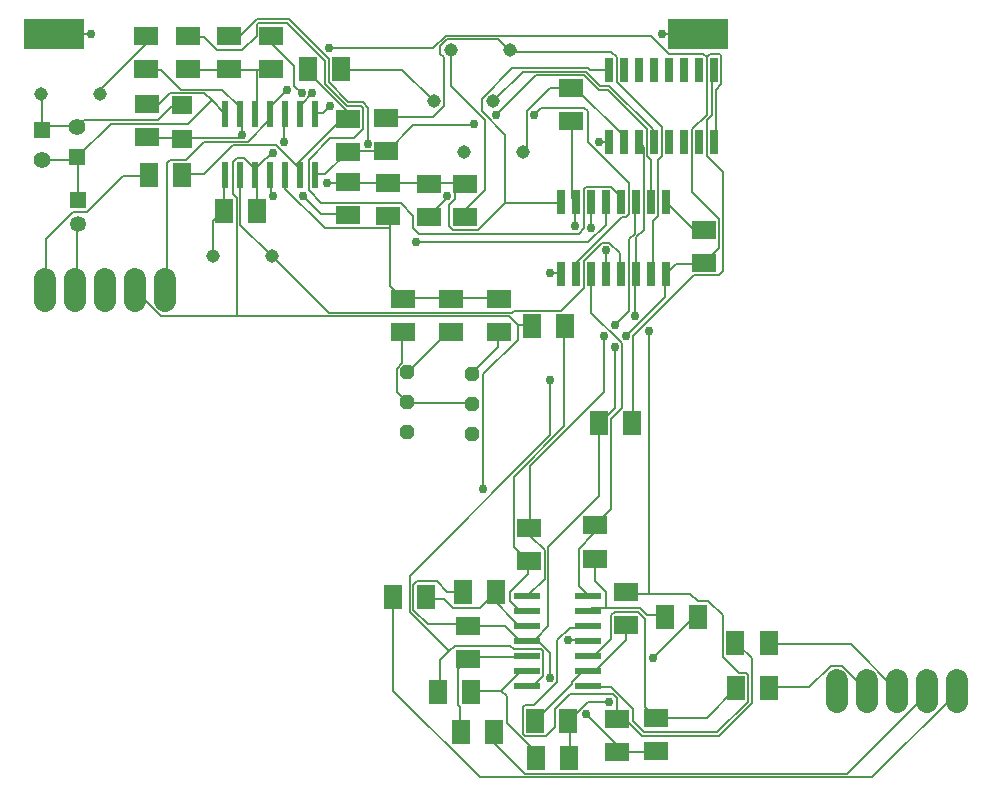
<source format=gbr>
G04 EAGLE Gerber X2 export*
%TF.Part,Single*%
%TF.FileFunction,Copper,L1,Top,Mixed*%
%TF.FilePolarity,Positive*%
%TF.GenerationSoftware,Autodesk,EAGLE,9.2.2*%
%TF.CreationDate,2019-03-16T21:24:14Z*%
G75*
%MOMM*%
%FSLAX34Y34*%
%LPD*%
%INTop Copper*%
%AMOC8*
5,1,8,0,0,1.08239X$1,22.5*%
G01*
%ADD10C,1.143000*%
%ADD11R,1.350000X1.350000*%
%ADD12C,1.350000*%
%ADD13R,1.800000X1.600000*%
%ADD14R,0.660400X2.032000*%
%ADD15R,0.600000X2.200000*%
%ADD16R,1.600000X2.000000*%
%ADD17R,2.000000X1.600000*%
%ADD18P,1.307527X8X292.500000*%
%ADD19R,2.200000X0.600000*%
%ADD20C,1.879600*%
%ADD21C,1.408000*%
%ADD22R,1.408000X1.408000*%
%ADD23R,5.080000X2.540000*%
%ADD24C,0.152400*%
%ADD25C,0.756400*%


D10*
X221887Y468437D03*
X171887Y468437D03*
D11*
X57395Y515723D03*
D12*
X57395Y495723D03*
D10*
X384099Y557010D03*
X434099Y557010D03*
X408805Y599770D03*
X358805Y599770D03*
X373162Y642869D03*
X423162Y642869D03*
D13*
X146017Y568112D03*
X146017Y596112D03*
D14*
X555501Y514458D03*
X555501Y452990D03*
X542801Y514458D03*
X530101Y514458D03*
X542801Y452990D03*
X530101Y452990D03*
X517401Y514458D03*
X517401Y452990D03*
X504701Y514458D03*
X504701Y452990D03*
X492001Y514458D03*
X479301Y514458D03*
X492001Y452990D03*
X479301Y452990D03*
X466601Y514458D03*
X466601Y452990D03*
X596177Y626312D03*
X596177Y564844D03*
X583477Y626312D03*
X570777Y626312D03*
X583477Y564844D03*
X570777Y564844D03*
X558077Y626312D03*
X558077Y564844D03*
X545377Y626312D03*
X545377Y564844D03*
X532677Y626312D03*
X519977Y626312D03*
X532677Y564844D03*
X519977Y564844D03*
X507277Y626312D03*
X507277Y564844D03*
D15*
X245743Y589132D03*
X245743Y537132D03*
X258443Y589132D03*
X233043Y589132D03*
X220343Y589132D03*
X258443Y537132D03*
X233043Y537132D03*
X220343Y537132D03*
X194943Y589132D03*
X194943Y537132D03*
X207643Y589132D03*
X182243Y589132D03*
X207643Y537132D03*
X182243Y537132D03*
D16*
X498520Y326961D03*
X526520Y326961D03*
D17*
X150363Y654662D03*
X150363Y626662D03*
X185802Y654662D03*
X185802Y626662D03*
X221241Y654662D03*
X221241Y626662D03*
X588083Y462984D03*
X588083Y490984D03*
X115962Y597061D03*
X115962Y569061D03*
X475433Y611165D03*
X475433Y583165D03*
X354428Y501446D03*
X354428Y529446D03*
X318659Y585508D03*
X318659Y557508D03*
X385618Y501930D03*
X385618Y529930D03*
X285999Y584900D03*
X285999Y556900D03*
D16*
X117376Y537194D03*
X145376Y537194D03*
D17*
X320206Y530599D03*
X320206Y502599D03*
X333213Y432097D03*
X333213Y404097D03*
X373745Y432097D03*
X373745Y404097D03*
X414277Y432097D03*
X414277Y404097D03*
D16*
X209339Y506608D03*
X181339Y506608D03*
X252580Y626559D03*
X280580Y626559D03*
D18*
X336546Y319400D03*
X336546Y344800D03*
X336546Y370200D03*
X391420Y318041D03*
X391420Y343441D03*
X391420Y368841D03*
D19*
X437683Y168091D03*
X489683Y168091D03*
X437683Y180791D03*
X437683Y155391D03*
X437683Y142691D03*
X489683Y180791D03*
X489683Y155391D03*
X489683Y142691D03*
X437683Y117291D03*
X489683Y117291D03*
X437683Y129991D03*
X437683Y104591D03*
X489683Y129991D03*
X489683Y104591D03*
D17*
X439424Y238310D03*
X439424Y210310D03*
D16*
X470326Y409311D03*
X442326Y409311D03*
X362791Y99135D03*
X390791Y99135D03*
X445048Y43189D03*
X473048Y43189D03*
D17*
X495232Y240481D03*
X495232Y212481D03*
D16*
X554336Y163229D03*
X582336Y163229D03*
D17*
X547217Y77266D03*
X547217Y49266D03*
X521926Y183937D03*
X521926Y155937D03*
X387583Y155475D03*
X387583Y127475D03*
D16*
X383363Y183890D03*
X411363Y183890D03*
D17*
X513718Y48743D03*
X513718Y76743D03*
D16*
X614451Y103014D03*
X642451Y103014D03*
X444910Y75138D03*
X472910Y75138D03*
X409620Y66040D03*
X381620Y66040D03*
X324263Y179802D03*
X352263Y179802D03*
X642300Y141245D03*
X614300Y141245D03*
D20*
X30000Y430602D02*
X30000Y449398D01*
X55400Y449398D02*
X55400Y430602D01*
X80800Y430602D02*
X80800Y449398D01*
X106200Y449398D02*
X106200Y430602D01*
X131600Y430602D02*
X131600Y449398D01*
D21*
X57124Y578046D03*
D22*
X57124Y552646D03*
D21*
X27276Y549871D03*
D22*
X27276Y575271D03*
D10*
X26641Y605575D03*
X76641Y605575D03*
D17*
X114923Y654662D03*
X114923Y626662D03*
X286623Y503255D03*
X286623Y531255D03*
D23*
X583000Y657000D03*
X37000Y657000D03*
D20*
X700000Y109398D02*
X700000Y90602D01*
X725400Y90602D02*
X725400Y109398D01*
X750800Y109398D02*
X750800Y90602D01*
X776200Y90602D02*
X776200Y109398D01*
X801600Y109398D02*
X801600Y90602D01*
D24*
X219456Y583692D02*
X219456Y588264D01*
X219456Y583692D02*
X201168Y565404D01*
X164592Y565404D01*
X149352Y550164D01*
X135636Y550164D01*
X132588Y547116D01*
X132588Y440436D01*
X219456Y588264D02*
X220343Y589132D01*
X132588Y440436D02*
X131600Y440000D01*
X563880Y461772D02*
X586740Y461772D01*
X563880Y461772D02*
X556260Y454152D01*
X586740Y461772D02*
X588083Y462984D01*
X556260Y454152D02*
X555501Y452990D01*
X597408Y565404D02*
X597408Y609600D01*
X601980Y614172D01*
X601980Y638556D01*
X600456Y640080D01*
X592836Y640080D01*
X589788Y637032D01*
X589788Y588264D01*
X577596Y576072D01*
X577596Y522732D01*
X600456Y499872D01*
X600456Y475488D01*
X588264Y463296D01*
X596177Y564844D02*
X597408Y565404D01*
X588264Y463296D02*
X588083Y462984D01*
X547116Y48768D02*
X515112Y48768D01*
X513718Y48743D01*
X547116Y48768D02*
X547217Y49266D01*
X419100Y155448D02*
X388620Y155448D01*
X419100Y155448D02*
X431292Y143256D01*
X437388Y143256D01*
X388620Y155448D02*
X387583Y155475D01*
X437388Y143256D02*
X437683Y142691D01*
X382524Y184404D02*
X370332Y184404D01*
X361188Y193548D01*
X344424Y193548D01*
X341376Y190500D01*
X341376Y169164D01*
X353568Y156972D01*
X387096Y156972D01*
X383363Y183890D02*
X382524Y184404D01*
X387096Y156972D02*
X387583Y155475D01*
X498348Y265176D02*
X498348Y326136D01*
X498348Y265176D02*
X455676Y222504D01*
X455676Y155448D01*
X445008Y144780D02*
X443484Y143256D01*
X445008Y144780D02*
X455676Y155448D01*
X443484Y143256D02*
X438912Y143256D01*
X498348Y326136D02*
X498520Y326961D01*
X438912Y143256D02*
X437683Y142691D01*
X513588Y54864D02*
X513588Y48768D01*
X513588Y54864D02*
X487680Y80772D01*
X457200Y111252D02*
X457200Y132588D01*
X445008Y144780D01*
X513588Y48768D02*
X513718Y48743D01*
X445008Y144780D02*
X437683Y142691D01*
X554736Y434340D02*
X554736Y452628D01*
X554736Y434340D02*
X521208Y400812D01*
X512064Y391668D02*
X512064Y339852D01*
X499872Y327660D01*
X554736Y452628D02*
X555501Y452990D01*
X499872Y327660D02*
X498520Y326961D01*
X220980Y589788D02*
X220980Y595884D01*
X234696Y609600D01*
X269748Y644652D02*
X358140Y644652D01*
X368808Y655320D01*
X542544Y655320D01*
X557784Y640080D01*
X586740Y640080D01*
X589788Y637032D01*
X220980Y589788D02*
X220343Y589132D01*
D25*
X487680Y80772D03*
X457200Y111252D03*
X521208Y400812D03*
X512064Y391668D03*
X234696Y609600D03*
X269748Y644652D03*
D24*
X457200Y454152D02*
X466344Y454152D01*
X466601Y452990D01*
X68580Y656844D02*
X38100Y656844D01*
X37000Y657000D01*
X498348Y565404D02*
X505968Y565404D01*
X507277Y564844D01*
X489204Y143256D02*
X472440Y143256D01*
X489204Y143256D02*
X489683Y142691D01*
X220980Y521208D02*
X220980Y536448D01*
X220980Y521208D02*
X222504Y519684D01*
X220980Y536448D02*
X220343Y537132D01*
X551688Y656844D02*
X582168Y656844D01*
X583000Y657000D01*
D25*
X457200Y454152D03*
X68580Y656844D03*
X498348Y565404D03*
X472440Y143256D03*
X222504Y519684D03*
X551688Y656844D03*
D24*
X320040Y530352D02*
X288036Y530352D01*
X320040Y530352D02*
X320206Y530599D01*
X288036Y530352D02*
X286623Y531255D01*
X376428Y530352D02*
X385572Y530352D01*
X376428Y530352D02*
X355092Y530352D01*
X354428Y529446D01*
X385572Y530352D02*
X385618Y529930D01*
X419100Y513588D02*
X466344Y513588D01*
X419100Y513588D02*
X396240Y490728D01*
X374904Y490728D01*
X371856Y493776D01*
X371856Y512064D01*
X376428Y516636D01*
X376428Y530352D01*
X466344Y513588D02*
X466601Y514458D01*
X385618Y529930D02*
X376428Y530352D01*
X490728Y626364D02*
X505968Y626364D01*
X490728Y626364D02*
X489204Y627888D01*
X425196Y627888D01*
X399288Y601980D01*
X399288Y591312D01*
X419100Y571500D01*
X419100Y513588D01*
X505968Y626364D02*
X507277Y626312D01*
X353568Y530352D02*
X321564Y530352D01*
X320206Y530599D01*
X353568Y530352D02*
X354428Y529446D01*
X473964Y74676D02*
X473964Y44196D01*
X473048Y43189D01*
X473964Y74676D02*
X472910Y75138D01*
X579120Y163068D02*
X582168Y163068D01*
X579120Y163068D02*
X544068Y128016D01*
X507492Y91440D02*
X489204Y91440D01*
X473964Y76200D01*
X582168Y163068D02*
X582336Y163229D01*
X473964Y76200D02*
X472910Y75138D01*
X208788Y507492D02*
X208788Y536448D01*
X208788Y507492D02*
X209339Y506608D01*
X208788Y536448D02*
X207643Y537132D01*
X231648Y565404D02*
X231648Y588264D01*
X222504Y556260D02*
X217932Y551688D01*
X216408Y551688D01*
X208788Y544068D01*
X208788Y537972D01*
X231648Y588264D02*
X233043Y589132D01*
X208788Y537972D02*
X207643Y537132D01*
X429768Y409956D02*
X441960Y409956D01*
X429768Y409956D02*
X422148Y417576D01*
X192024Y417576D02*
X128016Y417576D01*
X192024Y417576D02*
X422148Y417576D01*
X128016Y417576D02*
X106680Y438912D01*
X441960Y409956D02*
X442326Y409311D01*
X106680Y438912D02*
X106200Y440000D01*
X205740Y544068D02*
X208788Y544068D01*
X205740Y544068D02*
X198120Y551688D01*
X192024Y551688D01*
X188976Y548640D01*
X188976Y521208D01*
X192024Y518160D01*
X192024Y417576D01*
X207643Y537132D02*
X208788Y544068D01*
X400812Y368808D02*
X400812Y271272D01*
X400812Y368808D02*
X429768Y397764D01*
X429768Y409956D01*
X286512Y530352D02*
X268224Y530352D01*
X286512Y530352D02*
X286623Y531255D01*
D25*
X544068Y128016D03*
X507492Y91440D03*
X231648Y565404D03*
X222504Y556260D03*
X400812Y271272D03*
X268224Y530352D03*
D24*
X440436Y237744D02*
X440436Y231648D01*
X452628Y219456D01*
X452628Y195072D01*
X438912Y181356D01*
X440436Y237744D02*
X439424Y238310D01*
X438912Y181356D02*
X437683Y180791D01*
X528828Y487680D02*
X528828Y513588D01*
X528828Y487680D02*
X524256Y483108D01*
X524256Y422148D01*
X512064Y409956D01*
X502920Y400812D02*
X502920Y353568D01*
X440436Y291084D01*
X440436Y239268D01*
X528828Y513588D02*
X530101Y514458D01*
X440436Y239268D02*
X439424Y238310D01*
D25*
X512064Y409956D03*
X502920Y400812D03*
D24*
X364236Y126492D02*
X364236Y100584D01*
X371856Y134112D02*
X376428Y138684D01*
X371856Y134112D02*
X364236Y126492D01*
X376428Y138684D02*
X423672Y138684D01*
X426720Y135636D01*
X449580Y135636D01*
X451104Y134112D01*
X451104Y112776D01*
X443484Y105156D01*
X438912Y105156D01*
X364236Y100584D02*
X362791Y99135D01*
X437683Y104591D02*
X438912Y105156D01*
X492252Y492252D02*
X492252Y513588D01*
X457568Y363709D02*
X457568Y317360D01*
X338328Y198120D01*
X338328Y167640D01*
X371856Y134112D01*
X492252Y513588D02*
X492001Y514458D01*
D25*
X492252Y492252D03*
X457568Y363709D03*
D24*
X493776Y239268D02*
X493776Y233172D01*
X481584Y220980D01*
X481584Y188976D01*
X489204Y181356D01*
X493776Y239268D02*
X495232Y240481D01*
X489204Y181356D02*
X489683Y180791D01*
X492252Y420624D02*
X492252Y452628D01*
X492252Y420624D02*
X518160Y394716D01*
X518160Y339852D01*
X509016Y330708D01*
X509016Y254508D01*
X495300Y240792D01*
X492252Y452628D02*
X492001Y452990D01*
X495300Y240792D02*
X495232Y240481D01*
X530352Y454152D02*
X530352Y484632D01*
X536448Y490728D01*
X536448Y560832D01*
X533400Y563880D01*
X530352Y454152D02*
X530101Y452990D01*
X533400Y563880D02*
X532677Y564844D01*
X541020Y182880D02*
X576072Y182880D01*
X541020Y182880D02*
X522732Y182880D01*
X576072Y182880D02*
X582168Y176784D01*
X591312Y176784D01*
X603504Y164592D01*
X603504Y129540D01*
X617220Y115824D01*
X623316Y115824D01*
X624840Y114300D01*
X624840Y91440D01*
X598932Y65532D01*
X536448Y65532D01*
X527304Y74676D01*
X527304Y85344D01*
X509016Y103632D01*
X490728Y103632D01*
X522732Y182880D02*
X521926Y183937D01*
X489683Y104591D02*
X490728Y103632D01*
X528828Y417576D02*
X528828Y452628D01*
X541020Y405384D02*
X541020Y182880D01*
X528828Y452628D02*
X530101Y452990D01*
D25*
X528828Y417576D03*
X541020Y405384D03*
D24*
X577596Y492252D02*
X586740Y492252D01*
X577596Y492252D02*
X556260Y513588D01*
X586740Y492252D02*
X588083Y490984D01*
X556260Y513588D02*
X555501Y514458D01*
X527304Y400812D02*
X527304Y327660D01*
X527304Y400812D02*
X579120Y452628D01*
X600456Y452628D01*
X603504Y455676D01*
X603504Y539496D01*
X589788Y553212D01*
X589788Y583692D01*
X594360Y588264D01*
X594360Y623316D01*
X595884Y624840D01*
X527304Y327660D02*
X526520Y326961D01*
X595884Y624840D02*
X596177Y626312D01*
X164592Y653796D02*
X150876Y653796D01*
X164592Y653796D02*
X175260Y643128D01*
X196596Y643128D01*
X208788Y655320D01*
X208788Y664464D01*
X210312Y665988D01*
X234696Y665988D01*
X266700Y633984D01*
X266700Y614172D01*
X284988Y595884D01*
X297180Y595884D01*
X298704Y594360D01*
X298704Y576072D01*
X291084Y568452D01*
X271272Y568452D01*
X252984Y550164D01*
X252984Y524256D01*
X263652Y513588D01*
X330708Y513588D01*
X341376Y502920D01*
X341376Y492252D01*
X345948Y487680D01*
X481584Y487680D01*
X486156Y492252D01*
X486156Y525780D01*
X487680Y527304D01*
X509016Y527304D01*
X516636Y519684D01*
X516636Y515112D01*
X150876Y653796D02*
X150363Y654662D01*
X516636Y515112D02*
X517401Y514458D01*
X195072Y655320D02*
X185928Y655320D01*
X195072Y655320D02*
X208788Y669036D01*
X236220Y669036D01*
X269748Y635508D01*
X269748Y615696D01*
X286512Y598932D01*
X298704Y598932D01*
X303276Y594360D01*
X303276Y563880D01*
X343558Y480372D02*
X489516Y480372D01*
X504444Y495300D01*
X504444Y513588D01*
X185802Y654662D02*
X185928Y655320D01*
X504701Y514458D02*
X504444Y513588D01*
D25*
X303276Y563880D03*
X343558Y480372D03*
D24*
X222504Y647700D02*
X222504Y653796D01*
X222504Y647700D02*
X240792Y629412D01*
X240792Y612648D01*
X246888Y606552D01*
X504444Y473964D02*
X504444Y454152D01*
X222504Y653796D02*
X221241Y654662D01*
X504444Y454152D02*
X504701Y452990D01*
D25*
X246888Y606552D03*
X504444Y473964D03*
D24*
X184404Y626364D02*
X150876Y626364D01*
X150363Y626662D01*
X184404Y626364D02*
X185802Y626662D01*
X185928Y626364D02*
X208788Y626364D01*
X220980Y626364D01*
X221241Y626662D01*
X185928Y626364D02*
X185802Y626662D01*
X208788Y626364D02*
X208788Y589788D01*
X207643Y589132D01*
X144780Y568452D02*
X117348Y568452D01*
X144780Y568452D02*
X146017Y568112D01*
X117348Y568452D02*
X115962Y569061D01*
X115824Y626364D02*
X128016Y626364D01*
X144780Y609600D01*
X179832Y609600D01*
X193548Y595884D01*
X193548Y589788D01*
X115824Y626364D02*
X114923Y626662D01*
X193548Y589788D02*
X194943Y589132D01*
X263652Y504444D02*
X286512Y504444D01*
X263652Y504444D02*
X248412Y519684D01*
X196596Y571500D02*
X196596Y586740D01*
X195072Y588264D01*
X286512Y504444D02*
X286623Y503255D01*
X195072Y588264D02*
X194943Y589132D01*
X193548Y568452D02*
X146304Y568452D01*
X193548Y568452D02*
X196596Y571500D01*
X146304Y568452D02*
X146017Y568112D01*
D25*
X248412Y519684D03*
X196596Y571500D03*
D24*
X126492Y597408D02*
X117348Y597408D01*
X126492Y597408D02*
X135636Y606552D01*
X164592Y606552D01*
X170688Y600456D02*
X181356Y589788D01*
X170688Y600456D02*
X164592Y606552D01*
X117348Y597408D02*
X115962Y597061D01*
X181356Y589788D02*
X182243Y589132D01*
X57912Y551688D02*
X57912Y550164D01*
X57912Y516636D01*
X57395Y515723D01*
X57912Y551688D02*
X57124Y552646D01*
X57912Y550164D02*
X27432Y550164D01*
X27276Y549871D01*
X57124Y552646D02*
X57912Y550164D01*
X150876Y580644D02*
X170688Y600456D01*
X150876Y580644D02*
X85344Y580644D01*
X57912Y553212D01*
X57124Y552646D01*
X516636Y470916D02*
X516636Y454152D01*
X516636Y470916D02*
X507492Y480060D01*
X501396Y480060D01*
X486156Y464820D01*
X486156Y441960D01*
X466344Y422148D01*
X426720Y422148D01*
X425196Y420624D01*
X269748Y420624D01*
X222504Y467868D01*
X516636Y454152D02*
X517401Y452990D01*
X222504Y467868D02*
X221887Y468437D01*
X195072Y495300D02*
X195072Y536448D01*
X195072Y495300D02*
X220980Y469392D01*
X195072Y536448D02*
X194943Y537132D01*
X220980Y469392D02*
X221887Y468437D01*
X181356Y507492D02*
X181356Y536448D01*
X181356Y507492D02*
X181339Y506608D01*
X181356Y536448D02*
X182243Y537132D01*
X172212Y498348D02*
X172212Y469392D01*
X172212Y498348D02*
X179832Y505968D01*
X172212Y469392D02*
X171887Y468437D01*
X179832Y505968D02*
X181339Y506608D01*
X475488Y518160D02*
X475488Y582168D01*
X475488Y518160D02*
X478536Y515112D01*
X475488Y582168D02*
X475433Y583165D01*
X478536Y515112D02*
X479301Y514458D01*
X332232Y403860D02*
X332232Y377952D01*
X327660Y373380D01*
X327660Y353568D01*
X335280Y345948D01*
X332232Y403860D02*
X333213Y404097D01*
X335280Y345948D02*
X336546Y344800D01*
X336804Y344424D02*
X390144Y344424D01*
X391420Y343441D01*
X336804Y344424D02*
X336546Y344800D01*
X478536Y493776D02*
X478536Y513588D01*
X479301Y514458D01*
D25*
X478536Y493776D03*
D24*
X478536Y611124D02*
X475488Y611124D01*
X478536Y611124D02*
X519684Y569976D01*
X519684Y565404D01*
X475488Y611124D02*
X475433Y611165D01*
X519684Y565404D02*
X519977Y564844D01*
X437388Y559758D02*
X437388Y591312D01*
X457200Y611124D01*
X473964Y611124D01*
X437388Y559758D02*
X434099Y557010D01*
X473964Y611124D02*
X475433Y611165D01*
X370332Y518160D02*
X355092Y502920D01*
X370332Y518160D02*
X370332Y519684D01*
X355092Y502920D02*
X354428Y501446D01*
D25*
X370332Y519684D03*
D24*
X544068Y565404D02*
X544068Y576072D01*
X507492Y612648D01*
X499872Y612648D01*
X487680Y624840D01*
X434340Y624840D01*
X409956Y600456D01*
X544068Y565404D02*
X545377Y564844D01*
X409956Y600456D02*
X408805Y599770D01*
X246888Y597408D02*
X246888Y589788D01*
X246888Y597408D02*
X256032Y606552D01*
X246888Y589788D02*
X245743Y589132D01*
D25*
X256032Y606552D03*
D24*
X320040Y586740D02*
X358140Y586740D01*
X367284Y595884D01*
X367284Y637032D01*
X364236Y640080D01*
X364236Y646176D01*
X370332Y652272D01*
X413004Y652272D01*
X422148Y643128D01*
X320040Y586740D02*
X318659Y585508D01*
X422148Y643128D02*
X423162Y642869D01*
X544068Y498348D02*
X544068Y454152D01*
X544068Y498348D02*
X548640Y502920D01*
X548640Y550164D01*
X551688Y553212D01*
X551688Y577596D01*
X513588Y615696D01*
X513588Y637032D01*
X509016Y641604D01*
X423672Y641604D01*
X544068Y454152D02*
X542801Y452990D01*
X423672Y641604D02*
X423162Y642869D01*
X387096Y509016D02*
X387096Y502920D01*
X387096Y509016D02*
X402336Y524256D01*
X402336Y583692D01*
X373380Y612648D01*
X373380Y641604D01*
X387096Y502920D02*
X385618Y501930D01*
X373380Y641604D02*
X373162Y642869D01*
X318516Y557784D02*
X286512Y557784D01*
X285999Y556900D01*
X318516Y557784D02*
X318659Y557508D01*
X542544Y550164D02*
X542544Y515112D01*
X542544Y550164D02*
X539496Y553212D01*
X539496Y576072D01*
X505968Y609600D01*
X498348Y609600D01*
X486156Y621792D01*
X445008Y621792D01*
X411480Y588264D01*
X393210Y580315D02*
X392315Y579419D01*
X341675Y579419D01*
X320040Y557784D01*
X542544Y515112D02*
X542801Y514458D01*
X320040Y557784D02*
X318659Y557508D01*
X266700Y537972D02*
X259080Y537972D01*
X266700Y537972D02*
X284988Y556260D01*
X259080Y537972D02*
X258443Y537132D01*
X284988Y556260D02*
X285999Y556900D01*
D25*
X411480Y588264D03*
X393210Y580315D03*
D24*
X373380Y432816D02*
X333756Y432816D01*
X333213Y432097D01*
X373380Y432816D02*
X373745Y432097D01*
X321564Y443484D02*
X321564Y492252D01*
X321564Y501396D01*
X321564Y443484D02*
X332232Y432816D01*
X321564Y501396D02*
X320206Y502599D01*
X332232Y432816D02*
X333213Y432097D01*
X374904Y432816D02*
X413004Y432816D01*
X414277Y432097D01*
X374904Y432816D02*
X373745Y432097D01*
X233172Y525780D02*
X233172Y536448D01*
X233172Y525780D02*
X266700Y492252D01*
X321564Y492252D01*
X233172Y536448D02*
X233043Y537132D01*
X281940Y626364D02*
X332232Y626364D01*
X358140Y600456D01*
X281940Y626364D02*
X280580Y626559D01*
X358140Y600456D02*
X358805Y599770D01*
X480060Y463296D02*
X480060Y454152D01*
X480060Y463296D02*
X518160Y501396D01*
X521208Y501396D01*
X524256Y504444D01*
X524256Y530352D01*
X489204Y565404D01*
X489204Y591312D01*
X486156Y594360D01*
X449580Y594360D01*
X443484Y588264D01*
X480060Y454152D02*
X479301Y452990D01*
X265176Y589788D02*
X259080Y589788D01*
X265176Y589788D02*
X271272Y595884D01*
X259080Y589788D02*
X258443Y589132D01*
D25*
X443484Y588264D03*
X271272Y595884D03*
D24*
X370332Y403860D02*
X373380Y403860D01*
X370332Y403860D02*
X336804Y370332D01*
X373380Y403860D02*
X373745Y404097D01*
X336804Y370332D02*
X336546Y370200D01*
X413004Y391668D02*
X413004Y403860D01*
X413004Y391668D02*
X391668Y370332D01*
X413004Y403860D02*
X414277Y404097D01*
X391668Y370332D02*
X391420Y368841D01*
X252984Y623316D02*
X252984Y626364D01*
X252984Y623316D02*
X284988Y591312D01*
X284988Y585216D01*
X252984Y626364D02*
X252580Y626559D01*
X284988Y585216D02*
X285999Y584900D01*
X164592Y537972D02*
X146304Y537972D01*
X164592Y537972D02*
X188976Y562356D01*
X225552Y562356D01*
X242316Y545592D02*
X245364Y542544D01*
X242316Y545592D02*
X225552Y562356D01*
X245364Y542544D02*
X245364Y537972D01*
X146304Y537972D02*
X145376Y537194D01*
X245364Y537972D02*
X245743Y537132D01*
X280416Y583692D02*
X284988Y583692D01*
X280416Y583692D02*
X242316Y545592D01*
X284988Y583692D02*
X285999Y584900D01*
X56388Y495300D02*
X56388Y440436D01*
X56388Y495300D02*
X57395Y495723D01*
X56388Y440436D02*
X55400Y440000D01*
X96012Y536448D02*
X117348Y536448D01*
X96012Y536448D02*
X65532Y505968D01*
X53340Y505968D01*
X30480Y483108D01*
X30480Y440436D01*
X117348Y536448D02*
X117376Y537194D01*
X30480Y440436D02*
X30000Y440000D01*
X324612Y178308D02*
X324612Y100584D01*
X397764Y27432D01*
X729996Y27432D01*
X801624Y99060D01*
X324612Y178308D02*
X324263Y179802D01*
X801600Y100000D02*
X801624Y99060D01*
X409956Y65532D02*
X409956Y56388D01*
X435864Y30480D01*
X708660Y30480D01*
X777240Y99060D01*
X409956Y65532D02*
X409620Y66040D01*
X776200Y100000D02*
X777240Y99060D01*
X711708Y140208D02*
X643128Y140208D01*
X711708Y140208D02*
X751332Y100584D01*
X643128Y140208D02*
X642300Y141245D01*
X750800Y100000D02*
X751332Y100584D01*
X676656Y103632D02*
X643128Y103632D01*
X676656Y103632D02*
X694944Y121920D01*
X704088Y121920D01*
X725424Y100584D01*
X643128Y103632D02*
X642451Y103014D01*
X725400Y100000D02*
X725424Y100584D01*
X438912Y199644D02*
X438912Y208788D01*
X438912Y199644D02*
X423672Y184404D01*
X423672Y176784D01*
X431292Y169164D01*
X437388Y169164D01*
X438912Y208788D02*
X439424Y210310D01*
X437388Y169164D02*
X437683Y168091D01*
X469392Y324612D02*
X469392Y408432D01*
X469392Y324612D02*
X426720Y281940D01*
X426720Y222504D01*
X438912Y210312D01*
X469392Y408432D02*
X470326Y409311D01*
X439424Y210310D02*
X438912Y210312D01*
X416052Y100584D02*
X391668Y100584D01*
X416052Y100584D02*
X431292Y115824D01*
X437388Y115824D01*
X391668Y100584D02*
X390791Y99135D01*
X437388Y115824D02*
X437683Y117291D01*
X445008Y48768D02*
X445008Y44196D01*
X445008Y48768D02*
X420624Y73152D01*
X420624Y96012D01*
X416052Y100584D01*
X445008Y44196D02*
X445048Y43189D01*
X539496Y164592D02*
X553212Y164592D01*
X539496Y164592D02*
X533400Y170688D01*
X504444Y170688D02*
X492252Y170688D01*
X504444Y170688D02*
X533400Y170688D01*
X492252Y170688D02*
X490728Y169164D01*
X553212Y164592D02*
X554336Y163229D01*
X490728Y169164D02*
X489683Y168091D01*
X495300Y193548D02*
X495300Y211836D01*
X495300Y193548D02*
X504444Y184404D01*
X504444Y170688D01*
X495300Y211836D02*
X495232Y212481D01*
X367284Y178308D02*
X353568Y178308D01*
X367284Y178308D02*
X374904Y170688D01*
X397764Y170688D01*
X406908Y179832D02*
X409956Y182880D01*
X406908Y179832D02*
X397764Y170688D01*
X353568Y178308D02*
X352263Y179802D01*
X409956Y182880D02*
X411363Y183890D01*
X431292Y155448D02*
X437388Y155448D01*
X431292Y155448D02*
X406908Y179832D01*
X437388Y155448D02*
X437683Y155391D01*
X411363Y183890D02*
X406908Y179832D01*
X381000Y86868D02*
X381000Y67056D01*
X381000Y86868D02*
X379476Y88392D01*
X379476Y118872D01*
X387096Y126492D01*
X381000Y67056D02*
X381620Y66040D01*
X387096Y126492D02*
X387583Y127475D01*
X390144Y129540D02*
X437388Y129540D01*
X390144Y129540D02*
X388620Y128016D01*
X437388Y129540D02*
X437683Y129991D01*
X388620Y128016D02*
X387583Y127475D01*
X515112Y76200D02*
X521208Y76200D01*
X534924Y62484D01*
X600456Y62484D01*
X627888Y89916D01*
X627888Y128016D01*
X615696Y140208D01*
X515112Y76200D02*
X513718Y76743D01*
X614300Y141245D02*
X615696Y140208D01*
X489204Y153924D02*
X473964Y153924D01*
X463296Y143256D01*
X463296Y108204D01*
X443484Y88392D01*
X435864Y88392D01*
X434340Y86868D01*
X434340Y64008D01*
X435864Y62484D01*
X454152Y62484D01*
X461772Y70104D01*
X461772Y85344D01*
X473964Y97536D01*
X510540Y97536D01*
X513588Y94488D01*
X513588Y77724D01*
X489204Y153924D02*
X489683Y155391D01*
X513588Y77724D02*
X513718Y76743D01*
X548640Y77724D02*
X589788Y77724D01*
X614172Y102108D01*
X548640Y77724D02*
X547217Y77266D01*
X614172Y102108D02*
X614451Y103014D01*
X495300Y131064D02*
X490728Y131064D01*
X495300Y131064D02*
X509016Y144780D01*
X509016Y164592D01*
X512064Y167640D01*
X531876Y167640D01*
X537972Y161544D01*
X537972Y86868D01*
X547116Y77724D01*
X490728Y131064D02*
X489683Y129991D01*
X547116Y77724D02*
X547217Y77266D01*
X475488Y106680D02*
X445008Y76200D01*
X475488Y106680D02*
X475488Y108204D01*
X483108Y115824D01*
X489204Y115824D01*
X445008Y76200D02*
X444910Y75138D01*
X489204Y115824D02*
X489683Y117291D01*
X521208Y143256D02*
X521208Y155448D01*
X521208Y143256D02*
X495300Y117348D01*
X490728Y117348D01*
X521208Y155448D02*
X521926Y155937D01*
X490728Y117348D02*
X489683Y117291D01*
X114300Y647700D02*
X114300Y653796D01*
X114300Y647700D02*
X77724Y611124D01*
X77724Y606552D01*
X114300Y653796D02*
X114923Y654662D01*
X77724Y606552D02*
X76641Y605575D01*
X27432Y579120D02*
X27432Y576072D01*
X27432Y579120D02*
X27432Y605028D01*
X26641Y605575D01*
X27432Y576072D02*
X27276Y575271D01*
X137160Y595884D02*
X144780Y595884D01*
X137160Y595884D02*
X124968Y583692D01*
X62484Y583692D01*
X57912Y579120D01*
X144780Y595884D02*
X146017Y596112D01*
X57912Y579120D02*
X57124Y578046D01*
X56388Y579120D02*
X27432Y579120D01*
X27276Y575271D01*
X56388Y579120D02*
X57124Y578046D01*
M02*

</source>
